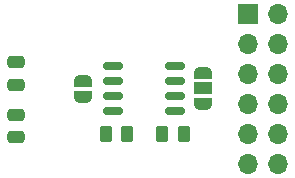
<source format=gbr>
%TF.GenerationSoftware,KiCad,Pcbnew,7.0.4*%
%TF.CreationDate,2023-05-26T13:28:04+02:00*%
%TF.ProjectId,RFM9xW_868,52464d39-7857-45f3-9836-382e6b696361,rev?*%
%TF.SameCoordinates,Original*%
%TF.FileFunction,Soldermask,Bot*%
%TF.FilePolarity,Negative*%
%FSLAX46Y46*%
G04 Gerber Fmt 4.6, Leading zero omitted, Abs format (unit mm)*
G04 Created by KiCad (PCBNEW 7.0.4) date 2023-05-26 13:28:04*
%MOMM*%
%LPD*%
G01*
G04 APERTURE LIST*
G04 Aperture macros list*
%AMRoundRect*
0 Rectangle with rounded corners*
0 $1 Rounding radius*
0 $2 $3 $4 $5 $6 $7 $8 $9 X,Y pos of 4 corners*
0 Add a 4 corners polygon primitive as box body*
4,1,4,$2,$3,$4,$5,$6,$7,$8,$9,$2,$3,0*
0 Add four circle primitives for the rounded corners*
1,1,$1+$1,$2,$3*
1,1,$1+$1,$4,$5*
1,1,$1+$1,$6,$7*
1,1,$1+$1,$8,$9*
0 Add four rect primitives between the rounded corners*
20,1,$1+$1,$2,$3,$4,$5,0*
20,1,$1+$1,$4,$5,$6,$7,0*
20,1,$1+$1,$6,$7,$8,$9,0*
20,1,$1+$1,$8,$9,$2,$3,0*%
%AMFreePoly0*
4,1,19,0.550000,-0.750000,0.000000,-0.750000,0.000000,-0.744911,-0.071157,-0.744911,-0.207708,-0.704816,-0.327430,-0.627875,-0.420627,-0.520320,-0.479746,-0.390866,-0.500000,-0.250000,-0.500000,0.250000,-0.479746,0.390866,-0.420627,0.520320,-0.327430,0.627875,-0.207708,0.704816,-0.071157,0.744911,0.000000,0.744911,0.000000,0.750000,0.550000,0.750000,0.550000,-0.750000,0.550000,-0.750000,
$1*%
%AMFreePoly1*
4,1,19,0.000000,0.744911,0.071157,0.744911,0.207708,0.704816,0.327430,0.627875,0.420627,0.520320,0.479746,0.390866,0.500000,0.250000,0.500000,-0.250000,0.479746,-0.390866,0.420627,-0.520320,0.327430,-0.627875,0.207708,-0.704816,0.071157,-0.744911,0.000000,-0.744911,0.000000,-0.750000,-0.550000,-0.750000,-0.550000,0.750000,0.000000,0.750000,0.000000,0.744911,0.000000,0.744911,
$1*%
%AMFreePoly2*
4,1,19,0.500000,-0.750000,0.000000,-0.750000,0.000000,-0.744911,-0.071157,-0.744911,-0.207708,-0.704816,-0.327430,-0.627875,-0.420627,-0.520320,-0.479746,-0.390866,-0.500000,-0.250000,-0.500000,0.250000,-0.479746,0.390866,-0.420627,0.520320,-0.327430,0.627875,-0.207708,0.704816,-0.071157,0.744911,0.000000,0.744911,0.000000,0.750000,0.500000,0.750000,0.500000,-0.750000,0.500000,-0.750000,
$1*%
%AMFreePoly3*
4,1,19,0.000000,0.744911,0.071157,0.744911,0.207708,0.704816,0.327430,0.627875,0.420627,0.520320,0.479746,0.390866,0.500000,0.250000,0.500000,-0.250000,0.479746,-0.390866,0.420627,-0.520320,0.327430,-0.627875,0.207708,-0.704816,0.071157,-0.744911,0.000000,-0.744911,0.000000,-0.750000,-0.500000,-0.750000,-0.500000,0.750000,0.000000,0.750000,0.000000,0.744911,0.000000,0.744911,
$1*%
G04 Aperture macros list end*
%ADD10R,1.700000X1.700000*%
%ADD11O,1.700000X1.700000*%
%ADD12FreePoly0,270.000000*%
%ADD13R,1.500000X1.000000*%
%ADD14FreePoly1,270.000000*%
%ADD15RoundRect,0.250000X0.475000X-0.250000X0.475000X0.250000X-0.475000X0.250000X-0.475000X-0.250000X0*%
%ADD16FreePoly2,270.000000*%
%ADD17FreePoly3,270.000000*%
%ADD18RoundRect,0.250000X-0.262500X-0.450000X0.262500X-0.450000X0.262500X0.450000X-0.262500X0.450000X0*%
%ADD19RoundRect,0.250000X0.262500X0.450000X-0.262500X0.450000X-0.262500X-0.450000X0.262500X-0.450000X0*%
%ADD20RoundRect,0.250000X-0.475000X0.250000X-0.475000X-0.250000X0.475000X-0.250000X0.475000X0.250000X0*%
%ADD21RoundRect,0.150000X0.675000X0.150000X-0.675000X0.150000X-0.675000X-0.150000X0.675000X-0.150000X0*%
G04 APERTURE END LIST*
D10*
%TO.C,J1*%
X149860000Y-43180000D03*
D11*
X152400000Y-43180000D03*
X149860000Y-45720000D03*
X152400000Y-45720000D03*
X149860000Y-48260000D03*
X152400000Y-48260000D03*
X149860000Y-50800000D03*
X152400000Y-50800000D03*
X149860000Y-53340000D03*
X152400000Y-53340000D03*
X149860000Y-55880000D03*
X152400000Y-55880000D03*
%TD*%
D12*
%TO.C,JP1*%
X146050000Y-48200000D03*
D13*
X146050000Y-49500000D03*
D14*
X146050000Y-50800000D03*
%TD*%
D15*
%TO.C,C1*%
X130175000Y-49210000D03*
X130175000Y-47310000D03*
%TD*%
D16*
%TO.C,JP2*%
X135890000Y-48895000D03*
D17*
X135890000Y-50195000D03*
%TD*%
D18*
%TO.C,R2*%
X142597500Y-53340000D03*
X144422500Y-53340000D03*
%TD*%
D19*
%TO.C,R1*%
X139620000Y-53340000D03*
X137795000Y-53340000D03*
%TD*%
D20*
%TO.C,C2*%
X130175000Y-51755000D03*
X130175000Y-53655000D03*
%TD*%
D21*
%TO.C,U2*%
X143680000Y-47625000D03*
X143680000Y-48895000D03*
X143680000Y-50165000D03*
X143680000Y-51435000D03*
X138430000Y-51435000D03*
X138430000Y-50165000D03*
X138430000Y-48895000D03*
X138430000Y-47625000D03*
%TD*%
M02*

</source>
